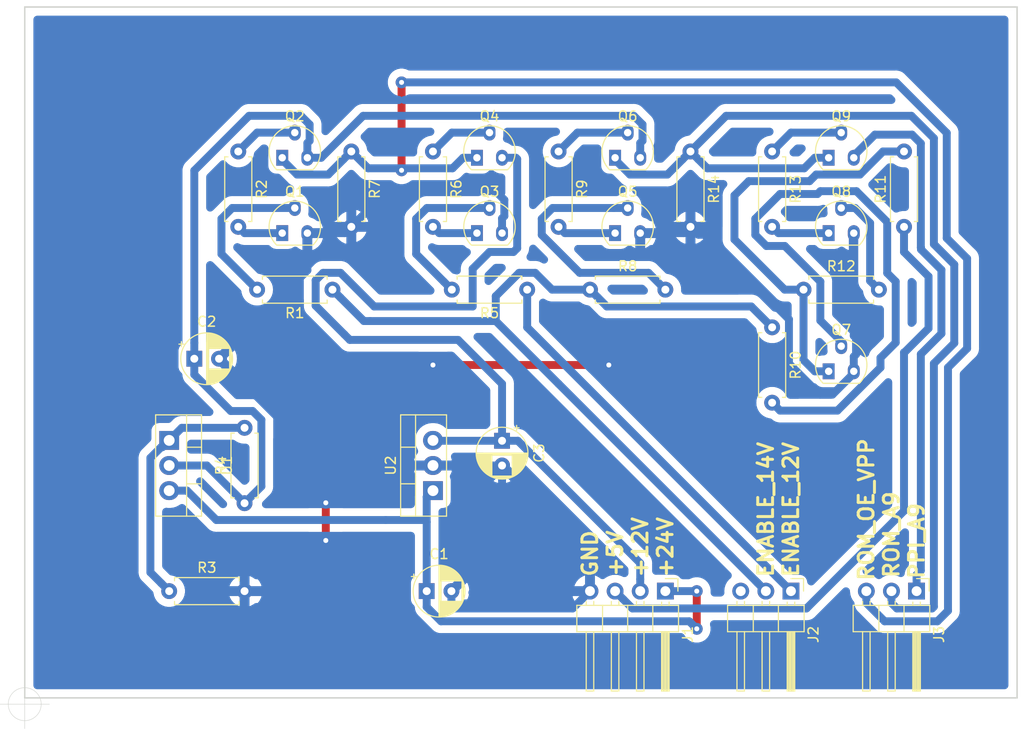
<source format=kicad_pcb>
(kicad_pcb (version 20171130) (host pcbnew "(5.1.4)-1")
  (layers (0 F.Cu jumper) (31 B.Cu mixed) (35 F.Paste user hide) (37 F.SilkS user) (39 F.Mask user) (44 Edge.Cuts user))
  (net 0 "")
  (net 1 +24V)
  (net 2 GND)
  (net 3 14V)
  (net 4 12V)
  (net 5 +5V)
  (net 6 ENABLE_12V)
  (net 7 ENABLE_14V)
  (net 8 "Net-(J2-Pad3)")
  (net 9 ROM_OE_VPP)
  (net 10 ROM_A9)
  (net 11 PPI_A9)
  (net 12 "Net-(Q1-Pad2)")
  (net 13 "Net-(Q1-Pad1)")
  (net 14 "Net-(Q2-Pad2)")
  (net 15 "Net-(Q3-Pad2)")
  (net 16 "Net-(Q3-Pad1)")
  (net 17 "Net-(Q4-Pad2)")
  (net 18 "Net-(Q5-Pad2)")
  (net 19 "Net-(Q5-Pad1)")
  (net 20 "Net-(Q6-Pad2)")
  (net 21 "Net-(Q7-Pad1)")
  (net 22 "Net-(Q7-Pad2)")
  (net 23 "Net-(Q8-Pad2)")
  (net 24 "Net-(Q8-Pad1)")
  (net 25 "Net-(Q9-Pad2)")
  (net 26 "Net-(R3-Pad1)")
  (module Package_TO_SOT_THT:TO-92_Inline (layer F.Cu) (at 123.825 78.74)
    (fp_text reference Q5 (at 1.27 -3.56) (layer F.SilkS))
    (fp_text value BC547)
    (pad 2 thru_hole oval (at 1.27 -1.905) (size 1.2 1.6) (drill 0.75) (layers *.Cu *.Mask) (net 18 "Net-(Q5-Pad2)"))
    (pad 3 thru_hole oval (at 2.54 0.635) (size 1.2 1.6) (drill 0.75) (layers *.Cu *.Mask) (net 2 GND))
    (pad 1 thru_hole rect (at 0 0.635) (size 1.2 1.6) (drill 0.75) (layers *.Cu *.Mask) (net 19 "Net-(Q5-Pad1)"))
  )
  (module Package_TO_SOT_THT:TO-92_Inline (layer F.Cu) (at 145.415 71.12)
    (fp_text reference Q9 (at 1.27 -3.56) (layer F.SilkS))
    (fp_text value BC328)
    (pad 1 thru_hole rect (at 0 0.635) (size 1.2 1.6) (drill 0.75) (layers *.Cu *.Mask) (net 10 ROM_A9))
    (pad 3 thru_hole oval (at 2.54 0.635) (size 1.2 1.6) (drill 0.75) (layers *.Cu *.Mask) (net 11 PPI_A9))
    (pad 2 thru_hole oval (at 1.27 -1.905) (size 1.2 1.6) (drill 0.75) (layers *.Cu *.Mask) (net 25 "Net-(Q9-Pad2)"))
  )
  (module Package_TO_SOT_THT:TO-92_Inline (layer F.Cu) (at 145.415 78.74)
    (fp_text reference Q8 (at 1.27 -3.56) (layer F.SilkS))
    (fp_text value BC547)
    (pad 2 thru_hole oval (at 1.27 -1.905) (size 1.2 1.6) (drill 0.75) (layers *.Cu *.Mask) (net 23 "Net-(Q8-Pad2)"))
    (pad 3 thru_hole oval (at 2.54 0.635) (size 1.2 1.6) (drill 0.75) (layers *.Cu *.Mask) (net 2 GND))
    (pad 1 thru_hole rect (at 0 0.635) (size 1.2 1.6) (drill 0.75) (layers *.Cu *.Mask) (net 24 "Net-(Q8-Pad1)"))
  )
  (module Package_TO_SOT_THT:TO-92_Inline (layer F.Cu) (at 145.415 92.71)
    (fp_text reference Q7 (at 1.27 -3.56) (layer F.SilkS))
    (fp_text value BC547)
    (pad 1 thru_hole rect (at 0 0.635) (size 1.2 1.6) (drill 0.75) (layers *.Cu *.Mask) (net 21 "Net-(Q7-Pad1)"))
    (pad 3 thru_hole oval (at 2.54 0.635) (size 1.2 1.6) (drill 0.75) (layers *.Cu *.Mask) (net 2 GND))
    (pad 2 thru_hole oval (at 1.27 -1.905) (size 1.2 1.6) (drill 0.75) (layers *.Cu *.Mask) (net 22 "Net-(Q7-Pad2)"))
  )
  (module Package_TO_SOT_THT:TO-92_Inline (layer F.Cu) (at 123.825 71.12)
    (fp_text reference Q6 (at 1.27 -3.56) (layer F.SilkS))
    (fp_text value BC328)
    (pad 1 thru_hole rect (at 0 0.635) (size 1.2 1.6) (drill 0.75) (layers *.Cu *.Mask) (net 10 ROM_A9))
    (pad 3 thru_hole oval (at 2.54 0.635) (size 1.2 1.6) (drill 0.75) (layers *.Cu *.Mask) (net 3 14V))
    (pad 2 thru_hole oval (at 1.27 -1.905) (size 1.2 1.6) (drill 0.75) (layers *.Cu *.Mask) (net 20 "Net-(Q6-Pad2)"))
  )
  (module Package_TO_SOT_THT:TO-92_Inline (layer F.Cu) (at 109.855 78.74)
    (fp_text reference Q3 (at 1.27 -3.56) (layer F.SilkS))
    (fp_text value BC547)
    (pad 2 thru_hole oval (at 1.27 -1.905) (size 1.2 1.6) (drill 0.75) (layers *.Cu *.Mask) (net 15 "Net-(Q3-Pad2)"))
    (pad 3 thru_hole oval (at 2.54 0.635) (size 1.2 1.6) (drill 0.75) (layers *.Cu *.Mask) (net 2 GND))
    (pad 1 thru_hole rect (at 0 0.635) (size 1.2 1.6) (drill 0.75) (layers *.Cu *.Mask) (net 16 "Net-(Q3-Pad1)"))
  )
  (module Package_TO_SOT_THT:TO-92_Inline (layer F.Cu) (at 109.855 71.12)
    (fp_text reference Q4 (at 1.27 -3.56) (layer F.SilkS))
    (fp_text value BC328)
    (pad 1 thru_hole rect (at 0 0.635) (size 1.2 1.6) (drill 0.75) (layers *.Cu *.Mask) (net 9 ROM_OE_VPP))
    (pad 3 thru_hole oval (at 2.54 0.635) (size 1.2 1.6) (drill 0.75) (layers *.Cu *.Mask) (net 4 12V))
    (pad 2 thru_hole oval (at 1.27 -1.905) (size 1.2 1.6) (drill 0.75) (layers *.Cu *.Mask) (net 17 "Net-(Q4-Pad2)"))
  )
  (module Package_TO_SOT_THT:TO-92_Inline (layer F.Cu) (at 90.17 78.74)
    (fp_text reference Q1 (at 1.27 -3.56) (layer F.SilkS))
    (fp_text value BC547)
    (pad 2 thru_hole oval (at 1.27 -1.905) (size 1.2 1.6) (drill 0.75) (layers *.Cu *.Mask) (net 12 "Net-(Q1-Pad2)"))
    (pad 3 thru_hole oval (at 2.54 0.635) (size 1.2 1.6) (drill 0.75) (layers *.Cu *.Mask) (net 2 GND))
    (pad 1 thru_hole rect (at 0 0.635) (size 1.2 1.6) (drill 0.75) (layers *.Cu *.Mask) (net 13 "Net-(Q1-Pad1)"))
  )
  (module Package_TO_SOT_THT:TO-92_Inline (layer F.Cu) (at 90.17 71.12)
    (fp_text reference Q2 (at 1.27 -3.56) (layer F.SilkS))
    (fp_text value BC328)
    (pad 2 thru_hole oval (at 1.27 -1.905) (size 1.2 1.6) (drill 0.75) (layers *.Cu *.Mask) (net 14 "Net-(Q2-Pad2)"))
    (pad 3 thru_hole oval (at 2.54 0.635) (size 1.2 1.6) (drill 0.75) (layers *.Cu *.Mask) (net 3 14V))
    (pad 1 thru_hole rect (at 0 0.635) (size 1.2 1.6) (drill 0.75) (layers *.Cu *.Mask) (net 9 ROM_OE_VPP))
  )
  (module Package_TO_SOT_THT:TO-220-3_Vertical (layer F.Cu) (at 78.74 100.33 270)
    (fp_text reference U1 (at 2.54 -5.82 90) (layer F.SilkS))
    (fp_text value LM317_TO39)
    (pad 3 thru_hole oval (at 5.08 0 270) (size 1.905 2) (drill 1.1) (layers *.Cu *.Mask) (net 1 +24V))
    (pad 2 thru_hole oval (at 2.54 0 270) (size 1.905 2) (drill 1.1) (layers *.Cu *.Mask) (net 3 14V))
    (pad 1 thru_hole rect (at 0 0 270) (size 1.905 2) (drill 1.1) (layers *.Cu *.Mask) (net 26 "Net-(R3-Pad1)"))
  )
  (module Capacitor_THT:CP_Radial_D5.0mm_P2.50mm (layer F.Cu) (at 104.775 115.57)
    (fp_text reference C1 (at 1.25 -3.75) (layer F.SilkS))
    (fp_text value 10uF)
    (pad 1 thru_hole rect (at 0 0) (size 1.6 1.6) (drill 0.8) (layers *.Cu *.Mask) (net 1 +24V))
    (pad 2 thru_hole circle (at 2.5 0) (size 1.6 1.6) (drill 0.8) (layers *.Cu *.Mask) (net 2 GND))
  )
  (module Capacitor_THT:CP_Radial_D5.0mm_P2.50mm (layer F.Cu) (at 81.28 92.075)
    (fp_text reference C2 (at 1.25 -3.75) (layer F.SilkS))
    (fp_text value 1uF)
    (pad 2 thru_hole circle (at 2.5 0) (size 1.6 1.6) (drill 0.8) (layers *.Cu *.Mask) (net 2 GND))
    (pad 1 thru_hole rect (at 0 0) (size 1.6 1.6) (drill 0.8) (layers *.Cu *.Mask) (net 3 14V))
  )
  (module Capacitor_THT:CP_Radial_D5.0mm_P2.50mm (layer F.Cu) (at 112.395 100.37 270)
    (fp_text reference C3 (at 1.25 -3.75 90) (layer F.SilkS))
    (fp_text value 1uF)
    (pad 1 thru_hole rect (at 0 0 270) (size 1.6 1.6) (drill 0.8) (layers *.Cu *.Mask) (net 4 12V))
    (pad 2 thru_hole circle (at 2.5 0 270) (size 1.6 1.6) (drill 0.8) (layers *.Cu *.Mask) (net 2 GND))
  )
  (module Resistor_THT:R_Axial_DIN0207_L6.3mm_D2.5mm_P7.62mm_Horizontal (layer F.Cu) (at 95.25 85.09 180)
    (fp_text reference R1 (at 3.81 -2.37) (layer F.SilkS))
    (fp_text value 82k)
    (pad 1 thru_hole circle (at 0 0 180) (size 1.6 1.6) (drill 0.8) (layers *.Cu *.Mask) (net 7 ENABLE_14V))
    (pad 2 thru_hole oval (at 7.62 0 180) (size 1.6 1.6) (drill 0.8) (layers *.Cu *.Mask) (net 12 "Net-(Q1-Pad2)"))
  )
  (module Resistor_THT:R_Axial_DIN0207_L6.3mm_D2.5mm_P7.62mm_Horizontal (layer F.Cu) (at 85.725 71.12 270)
    (fp_text reference R2 (at 3.81 -2.37 90) (layer F.SilkS))
    (fp_text value 12k)
    (pad 2 thru_hole oval (at 7.62 0 270) (size 1.6 1.6) (drill 0.8) (layers *.Cu *.Mask) (net 13 "Net-(Q1-Pad1)"))
    (pad 1 thru_hole circle (at 0 0 270) (size 1.6 1.6) (drill 0.8) (layers *.Cu *.Mask) (net 14 "Net-(Q2-Pad2)"))
  )
  (module Resistor_THT:R_Axial_DIN0207_L6.3mm_D2.5mm_P7.62mm_Horizontal (layer F.Cu) (at 78.74 115.57)
    (fp_text reference R3 (at 3.81 -2.37) (layer F.SilkS))
    (fp_text value 10k)
    (pad 1 thru_hole circle (at 0 0) (size 1.6 1.6) (drill 0.8) (layers *.Cu *.Mask) (net 26 "Net-(R3-Pad1)"))
    (pad 2 thru_hole oval (at 7.62 0) (size 1.6 1.6) (drill 0.8) (layers *.Cu *.Mask) (net 2 GND))
  )
  (module Resistor_THT:R_Axial_DIN0207_L6.3mm_D2.5mm_P7.62mm_Horizontal (layer F.Cu) (at 86.36 106.68 90)
    (fp_text reference R4 (at 3.81 -2.37 90) (layer F.SilkS))
    (fp_text value 1k)
    (pad 2 thru_hole oval (at 7.62 0 90) (size 1.6 1.6) (drill 0.8) (layers *.Cu *.Mask) (net 26 "Net-(R3-Pad1)"))
    (pad 1 thru_hole circle (at 0 0 90) (size 1.6 1.6) (drill 0.8) (layers *.Cu *.Mask) (net 3 14V))
  )
  (module Resistor_THT:R_Axial_DIN0207_L6.3mm_D2.5mm_P7.62mm_Horizontal (layer F.Cu) (at 114.935 85.09 180)
    (fp_text reference R5 (at 3.81 -2.37) (layer F.SilkS))
    (fp_text value 82k)
    (pad 1 thru_hole circle (at 0 0 180) (size 1.6 1.6) (drill 0.8) (layers *.Cu *.Mask) (net 6 ENABLE_12V))
    (pad 2 thru_hole oval (at 7.62 0 180) (size 1.6 1.6) (drill 0.8) (layers *.Cu *.Mask) (net 15 "Net-(Q3-Pad2)"))
  )
  (module Resistor_THT:R_Axial_DIN0207_L6.3mm_D2.5mm_P7.62mm_Horizontal (layer F.Cu) (at 105.41 71.12 270)
    (fp_text reference R6 (at 3.81 -2.37 90) (layer F.SilkS))
    (fp_text value 12k)
    (pad 2 thru_hole oval (at 7.62 0 270) (size 1.6 1.6) (drill 0.8) (layers *.Cu *.Mask) (net 16 "Net-(Q3-Pad1)"))
    (pad 1 thru_hole circle (at 0 0 270) (size 1.6 1.6) (drill 0.8) (layers *.Cu *.Mask) (net 17 "Net-(Q4-Pad2)"))
  )
  (module Resistor_THT:R_Axial_DIN0207_L6.3mm_D2.5mm_P7.62mm_Horizontal (layer F.Cu) (at 97.155 71.12 270)
    (fp_text reference R7 (at 3.81 -2.37 90) (layer F.SilkS))
    (fp_text value 10k)
    (pad 2 thru_hole oval (at 7.62 0 270) (size 1.6 1.6) (drill 0.8) (layers *.Cu *.Mask) (net 2 GND))
    (pad 1 thru_hole circle (at 0 0 270) (size 1.6 1.6) (drill 0.8) (layers *.Cu *.Mask) (net 9 ROM_OE_VPP))
  )
  (module Resistor_THT:R_Axial_DIN0207_L6.3mm_D2.5mm_P7.62mm_Horizontal (layer F.Cu) (at 121.285 85.09)
    (fp_text reference R8 (at 3.81 -2.37) (layer F.SilkS))
    (fp_text value 82k)
    (pad 1 thru_hole circle (at 0 0) (size 1.6 1.6) (drill 0.8) (layers *.Cu *.Mask) (net 7 ENABLE_14V))
    (pad 2 thru_hole oval (at 7.62 0) (size 1.6 1.6) (drill 0.8) (layers *.Cu *.Mask) (net 18 "Net-(Q5-Pad2)"))
  )
  (module Resistor_THT:R_Axial_DIN0207_L6.3mm_D2.5mm_P7.62mm_Horizontal (layer F.Cu) (at 118.11 71.12 270)
    (fp_text reference R9 (at 3.81 -2.37 90) (layer F.SilkS))
    (fp_text value 12k)
    (pad 2 thru_hole oval (at 7.62 0 270) (size 1.6 1.6) (drill 0.8) (layers *.Cu *.Mask) (net 19 "Net-(Q5-Pad1)"))
    (pad 1 thru_hole circle (at 0 0 270) (size 1.6 1.6) (drill 0.8) (layers *.Cu *.Mask) (net 20 "Net-(Q6-Pad2)"))
  )
  (module Resistor_THT:R_Axial_DIN0207_L6.3mm_D2.5mm_P7.62mm_Horizontal (layer F.Cu) (at 139.7 88.9 270)
    (fp_text reference R10 (at 3.81 -2.37 90) (layer F.SilkS))
    (fp_text value 82k)
    (pad 1 thru_hole circle (at 0 0 270) (size 1.6 1.6) (drill 0.8) (layers *.Cu *.Mask) (net 7 ENABLE_14V))
    (pad 2 thru_hole oval (at 7.62 0 270) (size 1.6 1.6) (drill 0.8) (layers *.Cu *.Mask) (net 22 "Net-(Q7-Pad2)"))
  )
  (module Resistor_THT:R_Axial_DIN0207_L6.3mm_D2.5mm_P7.62mm_Horizontal (layer F.Cu) (at 153.035 78.74 90)
    (fp_text reference R11 (at 3.81 -2.37 90) (layer F.SilkS))
    (fp_text value 10k)
    (pad 1 thru_hole circle (at 0 0 90) (size 1.6 1.6) (drill 0.8) (layers *.Cu *.Mask) (net 5 +5V))
    (pad 2 thru_hole oval (at 7.62 0 90) (size 1.6 1.6) (drill 0.8) (layers *.Cu *.Mask) (net 21 "Net-(Q7-Pad1)"))
  )
  (module Resistor_THT:R_Axial_DIN0207_L6.3mm_D2.5mm_P7.62mm_Horizontal (layer F.Cu) (at 142.875 85.09)
    (fp_text reference R12 (at 3.81 -2.37) (layer F.SilkS))
    (fp_text value 82k)
    (pad 1 thru_hole circle (at 0 0) (size 1.6 1.6) (drill 0.8) (layers *.Cu *.Mask) (net 21 "Net-(Q7-Pad1)"))
    (pad 2 thru_hole oval (at 7.62 0) (size 1.6 1.6) (drill 0.8) (layers *.Cu *.Mask) (net 23 "Net-(Q8-Pad2)"))
  )
  (module Resistor_THT:R_Axial_DIN0207_L6.3mm_D2.5mm_P7.62mm_Horizontal (layer F.Cu) (at 139.7 71.12 270)
    (fp_text reference R13 (at 3.81 -2.37 90) (layer F.SilkS))
    (fp_text value 12k)
    (pad 2 thru_hole oval (at 7.62 0 270) (size 1.6 1.6) (drill 0.8) (layers *.Cu *.Mask) (net 24 "Net-(Q8-Pad1)"))
    (pad 1 thru_hole circle (at 0 0 270) (size 1.6 1.6) (drill 0.8) (layers *.Cu *.Mask) (net 25 "Net-(Q9-Pad2)"))
  )
  (module Resistor_THT:R_Axial_DIN0207_L6.3mm_D2.5mm_P7.62mm_Horizontal (layer F.Cu) (at 131.445 71.12 270)
    (fp_text reference R14 (at 3.81 -2.37 90) (layer F.SilkS))
    (fp_text value 10k)
    (pad 2 thru_hole oval (at 7.62 0 270) (size 1.6 1.6) (drill 0.8) (layers *.Cu *.Mask) (net 2 GND))
    (pad 1 thru_hole circle (at 0 0 270) (size 1.6 1.6) (drill 0.8) (layers *.Cu *.Mask) (net 10 ROM_A9))
  )
  (module Package_TO_SOT_THT:TO-220-3_Vertical (layer F.Cu) (at 105.41 105.41 90)
    (fp_text reference U2 (at 2.54 -4.27 90) (layer F.SilkS))
    (fp_text value LM7812_TO220)
    (pad 1 thru_hole rect (at 0 0 90) (size 1.905 2) (drill 1.1) (layers *.Cu *.Mask) (net 1 +24V))
    (pad 2 thru_hole oval (at 2.54 0 90) (size 1.905 2) (drill 1.1) (layers *.Cu *.Mask) (net 2 GND))
    (pad 3 thru_hole oval (at 5.08 0 90) (size 1.905 2) (drill 1.1) (layers *.Cu *.Mask) (net 4 12V))
  )
  (module Connector_PinHeader_2.54mm:PinHeader_1x04_P2.54mm_Horizontal (layer F.Cu) (at 128.905 115.57 270)
    (fp_text reference J1 (at 4.385 -2.27 90) (layer F.SilkS))
    (fp_text value Conn_01x04_Male)
    (pad 1 thru_hole rect (at 0 0 270) (size 1.7 1.7) (drill 1) (layers *.Cu *.Mask) (net 1 +24V))
    (pad 2 thru_hole oval (at 0 2.54 270) (size 1.7 1.7) (drill 1) (layers *.Cu *.Mask) (net 4 12V))
    (pad 3 thru_hole oval (at 0 5.08 270) (size 1.7 1.7) (drill 1) (layers *.Cu *.Mask) (net 5 +5V))
    (pad 4 thru_hole oval (at 0 7.62 270) (size 1.7 1.7) (drill 1) (layers *.Cu *.Mask) (net 2 GND))
  )
  (module Connector_PinHeader_2.54mm:PinHeader_1x03_P2.54mm_Horizontal (layer F.Cu) (at 141.605 115.57 270)
    (fp_text reference J2 (at 4.385 -2.27 90) (layer F.SilkS))
    (fp_text value Conn_01x03_Male)
    (pad 1 thru_hole rect (at 0 0 270) (size 1.7 1.7) (drill 1) (layers *.Cu *.Mask) (net 6 ENABLE_12V))
    (pad 2 thru_hole oval (at 0 2.54 270) (size 1.7 1.7) (drill 1) (layers *.Cu *.Mask) (net 7 ENABLE_14V))
    (pad 3 thru_hole oval (at 0 5.08 270) (size 1.7 1.7) (drill 1) (layers *.Cu *.Mask) (net 8 "Net-(J2-Pad3)"))
  )
  (module Connector_PinHeader_2.54mm:PinHeader_1x03_P2.54mm_Horizontal (layer F.Cu) (at 154.305 115.57 270)
    (fp_text reference J3 (at 4.385 -2.27 90) (layer F.SilkS))
    (fp_text value Conn_01x03_Male)
    (pad 3 thru_hole oval (at 0 5.08 270) (size 1.7 1.7) (drill 1) (layers *.Cu *.Mask) (net 9 ROM_OE_VPP))
    (pad 2 thru_hole oval (at 0 2.54 270) (size 1.7 1.7) (drill 1) (layers *.Cu *.Mask) (net 10 ROM_A9))
    (pad 1 thru_hole rect (at 0 0 270) (size 1.7 1.7) (drill 1) (layers *.Cu *.Mask) (net 11 PPI_A9))
  )
  (gr_text PPI_A9 (at 154.305 110.49 90) (layer F.SilkS) (effects (font (size 1.5 1.5) (thickness 0.3))))
  (gr_text ROM_A9 (at 151.765 109.855 90) (layer F.SilkS) (effects (font (size 1.5 1.5) (thickness 0.3))))
  (gr_text ROM_OE_VPP (at 149.225 107.315 90) (layer F.SilkS) (effects (font (size 1.5 1.5) (thickness 0.3))))
  (gr_text ENABLE_12V (at 141.605 107.315 90) (layer F.SilkS) (effects (font (size 1.5 1.5) (thickness 0.3))))
  (gr_text ENABLE_14V (at 139.065 107.315 90) (layer F.SilkS) (effects (font (size 1.5 1.5) (thickness 0.3))))
  (gr_text +24V (at 128.905 111.125 90) (layer F.SilkS) (effects (font (size 1.5 1.5) (thickness 0.3))))
  (gr_text +12V (at 126.365 111.125 90) (layer F.SilkS) (effects (font (size 1.5 1.5) (thickness 0.3))))
  (gr_text +5V (at 123.825 111.76 90) (layer F.SilkS) (effects (font (size 1.5 1.5) (thickness 0.3))))
  (gr_text GND (at 121.285 111.76 90) (layer F.SilkS) (effects (font (size 1.5 1.5) (thickness 0.3))))
  (gr_line (start 164.465 126.365) (end 64.135 126.365) (layer Edge.Cuts) (width 0.15))
  (gr_line (start 164.465 56.515) (end 164.465 126.365) (layer Edge.Cuts) (width 0.15))
  (gr_line (start 64.135 56.515) (end 164.465 56.515) (layer Edge.Cuts) (width 0.15))
  (gr_line (start 64.135 126.365) (end 64.135 56.515) (layer Edge.Cuts) (width 0.15))
  (target plus (at 64.135 127) (size 5) (width 0.05) (layer Edge.Cuts))
  (segment (start 78.74 105.41) (end 78.7875 105.41) (width 0.8) (layer B.Cu) (net 1))
  (segment (start 104.775 106.045) (end 105.41 105.41) (width 0.8) (layer B.Cu) (net 1))
  (segment (start 80.54 105.41) (end 78.74 105.41) (width 0.8) (layer B.Cu) (net 1))
  (segment (start 100.639999 108.380001) (end 83.510001 108.380001) (width 0.8) (layer B.Cu) (net 1))
  (segment (start 128.905 115.57) (end 132.08 115.57) (width 0.8) (layer B.Cu) (net 1))
  (segment (start 132.08 115.57) (end 132.08 115.57) (width 0.8) (layer B.Cu) (net 1))
  (via (at 132.08 115.57) (size 1.2) (drill 0.5) (layers F.Cu B.Cu) (net 1))
  (segment (start 132.08 115.57) (end 132.08 119.38) (width 0.8) (layer F.Cu) (net 1))
  (segment (start 132.08 119.38) (end 132.08 119.38) (width 0.8) (layer F.Cu) (net 1))
  (via (at 132.08 119.38) (size 1.2) (drill 0.5) (layers F.Cu B.Cu) (net 1))
  (segment (start 83.510001 108.380001) (end 83.45 108.32) (width 0.8) (layer B.Cu) (net 1))
  (segment (start 83.45 108.32) (end 80.54 105.41) (width 0.8) (layer B.Cu) (net 1))
  (segment (start 131.320011 118.620011) (end 132.08 119.38) (width 0.8) (layer B.Cu) (net 1))
  (segment (start 106.225011 118.620011) (end 131.320011 118.620011) (width 0.8) (layer B.Cu) (net 1))
  (segment (start 104.775 117.17) (end 106.225011 118.620011) (width 0.8) (layer B.Cu) (net 1))
  (segment (start 104.775 115.57) (end 104.775 117.17) (width 0.8) (layer B.Cu) (net 1))
  (segment (start 104.570001 108.380001) (end 104.775 108.585) (width 0.8) (layer B.Cu) (net 1))
  (segment (start 100.639999 108.380001) (end 104.570001 108.380001) (width 0.8) (layer B.Cu) (net 1))
  (segment (start 104.775 115.57) (end 104.775 108.585) (width 0.8) (layer B.Cu) (net 1))
  (segment (start 104.775 108.585) (end 104.775 106.045) (width 0.8) (layer B.Cu) (net 1))
  (segment (start 92.71 83.145) (end 92.71 79.375) (width 0.8) (layer B.Cu) (net 2))
  (segment (start 83.78 92.075) (end 92.71 83.145) (width 0.8) (layer B.Cu) (net 2))
  (segment (start 96.52 79.375) (end 97.155 78.74) (width 0.8) (layer B.Cu) (net 2))
  (segment (start 92.71 79.375) (end 96.52 79.375) (width 0.8) (layer B.Cu) (net 2))
  (segment (start 97.954999 77.940001) (end 97.155 78.74) (width 0.8) (layer B.Cu) (net 2))
  (segment (start 100.76001 75.13499) (end 97.954999 77.940001) (width 0.8) (layer B.Cu) (net 2))
  (segment (start 111.746324 75.13499) (end 100.76001 75.13499) (width 0.8) (layer B.Cu) (net 2))
  (segment (start 112.62501 76.013676) (end 111.746324 75.13499) (width 0.8) (layer B.Cu) (net 2))
  (segment (start 112.62501 77.656324) (end 112.62501 76.013676) (width 0.8) (layer B.Cu) (net 2))
  (segment (start 112.395 77.886334) (end 112.62501 77.656324) (width 0.8) (layer B.Cu) (net 2))
  (segment (start 112.395 79.375) (end 112.395 77.886334) (width 0.8) (layer B.Cu) (net 2))
  (segment (start 130.81 79.375) (end 131.445 78.74) (width 0.8) (layer B.Cu) (net 2))
  (segment (start 126.365 79.375) (end 130.81 79.375) (width 0.8) (layer B.Cu) (net 2))
  (segment (start 147.955 79.375) (end 147.955 89.753666) (width 0.8) (layer B.Cu) (net 2))
  (segment (start 112.395 102.87) (end 105.41 102.87) (width 0.8) (layer B.Cu) (net 2))
  (segment (start 120.435001 116.419999) (end 121.285 115.57) (width 0.8) (layer B.Cu) (net 2))
  (segment (start 119.534999 117.320001) (end 120.435001 116.419999) (width 0.8) (layer B.Cu) (net 2))
  (segment (start 112.395 110.45) (end 112.395 102.87) (width 0.8) (layer B.Cu) (net 2))
  (segment (start 107.275 115.57) (end 112.395 110.45) (width 0.8) (layer B.Cu) (net 2))
  (segment (start 107.275 117.125002) (end 107.469999 117.320001) (width 0.8) (layer B.Cu) (net 2))
  (segment (start 107.275 115.57) (end 107.275 117.125002) (width 0.8) (layer B.Cu) (net 2))
  (segment (start 107.469999 117.320001) (end 119.534999 117.320001) (width 0.8) (layer B.Cu) (net 2))
  (segment (start 94.575 102.87) (end 83.78 92.075) (width 0.8) (layer B.Cu) (net 2))
  (segment (start 132.244999 79.539999) (end 131.445 78.74) (width 0.8) (layer B.Cu) (net 2))
  (segment (start 132.856001 79.539999) (end 132.244999 79.539999) (width 0.8) (layer B.Cu) (net 2))
  (segment (start 141.400001 88.083999) (end 132.856001 79.539999) (width 0.8) (layer B.Cu) (net 2))
  (segment (start 141.400001 92.568491) (end 141.400001 88.083999) (width 0.8) (layer B.Cu) (net 2))
  (segment (start 144.535509 95.703999) (end 141.400001 92.568491) (width 0.8) (layer B.Cu) (net 2))
  (segment (start 145.796001 95.703999) (end 144.535509 95.703999) (width 0.8) (layer B.Cu) (net 2))
  (segment (start 147.955 93.545) (end 145.796001 95.703999) (width 0.8) (layer B.Cu) (net 2))
  (segment (start 147.955 93.345) (end 147.955 93.545) (width 0.8) (layer B.Cu) (net 2))
  (segment (start 141.400001 92.568491) (end 123.331509 92.568491) (width 0.8) (layer B.Cu) (net 2))
  (segment (start 123.331509 92.568491) (end 123.19 92.71) (width 0.8) (layer B.Cu) (net 2))
  (segment (start 123.19 92.71) (end 123.19 92.71) (width 0.8) (layer B.Cu) (net 2))
  (via (at 123.19 92.71) (size 1.2) (drill 0.5) (layers F.Cu B.Cu) (net 2))
  (segment (start 123.19 92.71) (end 105.41 92.71) (width 0.8) (layer F.Cu) (net 2))
  (segment (start 105.41 92.71) (end 105.41 92.71) (width 0.8) (layer F.Cu) (net 2))
  (via (at 105.41 92.71) (size 1.2) (drill 0.5) (layers F.Cu B.Cu) (net 2))
  (segment (start 100.33 97.79) (end 100.33 102.87) (width 0.8) (layer B.Cu) (net 2))
  (segment (start 105.41 92.71) (end 100.33 97.79) (width 0.8) (layer B.Cu) (net 2))
  (segment (start 105.41 102.87) (end 100.33 102.87) (width 0.8) (layer B.Cu) (net 2))
  (segment (start 100.33 102.87) (end 94.575 102.87) (width 0.8) (layer B.Cu) (net 2))
  (segment (start 94.575 102.87) (end 94.575 106.64) (width 0.8) (layer B.Cu) (net 2))
  (segment (start 94.575 106.64) (end 94.575 106.64) (width 0.8) (layer B.Cu) (net 2))
  (via (at 94.575 106.64) (size 1.2) (drill 0.5) (layers F.Cu B.Cu) (net 2))
  (segment (start 94.575 106.64) (end 94.575 110.45) (width 0.8) (layer F.Cu) (net 2))
  (segment (start 94.575 110.45) (end 94.575 110.45) (width 0.8) (layer F.Cu) (net 2))
  (via (at 94.575 110.45) (size 1.2) (drill 0.5) (layers F.Cu B.Cu) (net 2))
  (segment (start 89.455 115.57) (end 94.575 110.45) (width 0.8) (layer B.Cu) (net 2))
  (segment (start 86.36 115.57) (end 89.455 115.57) (width 0.8) (layer B.Cu) (net 2))
  (segment (start 148.18501 89.983676) (end 147.955 89.753666) (width 0.8) (layer B.Cu) (net 2))
  (segment (start 148.18501 91.626324) (end 148.18501 89.983676) (width 0.8) (layer B.Cu) (net 2))
  (segment (start 147.955 91.856334) (end 148.18501 91.626324) (width 0.8) (layer B.Cu) (net 2))
  (segment (start 147.955 93.345) (end 147.955 91.856334) (width 0.8) (layer B.Cu) (net 2))
  (segment (start 81.28 90.475) (end 81.28 92.075) (width 0.8) (layer B.Cu) (net 3))
  (segment (start 81.28 73.048998) (end 81.28 90.475) (width 0.8) (layer B.Cu) (net 3))
  (segment (start 86.814008 67.51499) (end 81.28 73.048998) (width 0.8) (layer B.Cu) (net 3))
  (segment (start 92.061324 67.51499) (end 86.814008 67.51499) (width 0.8) (layer B.Cu) (net 3))
  (segment (start 92.94001 68.393676) (end 92.061324 67.51499) (width 0.8) (layer B.Cu) (net 3))
  (segment (start 92.94001 70.036324) (end 92.94001 68.393676) (width 0.8) (layer B.Cu) (net 3))
  (segment (start 92.71 70.266334) (end 92.94001 70.036324) (width 0.8) (layer B.Cu) (net 3))
  (segment (start 92.71 71.755) (end 92.71 70.266334) (width 0.8) (layer B.Cu) (net 3))
  (segment (start 94.11 71.755) (end 92.71 71.755) (width 0.8) (layer B.Cu) (net 3))
  (segment (start 98.35001 67.51499) (end 94.11 71.755) (width 0.8) (layer B.Cu) (net 3))
  (segment (start 125.716324 67.51499) (end 98.35001 67.51499) (width 0.8) (layer B.Cu) (net 3))
  (segment (start 126.59501 68.393676) (end 125.716324 67.51499) (width 0.8) (layer B.Cu) (net 3))
  (segment (start 126.59501 70.036324) (end 126.59501 68.393676) (width 0.8) (layer B.Cu) (net 3))
  (segment (start 126.365 70.266334) (end 126.59501 70.036324) (width 0.8) (layer B.Cu) (net 3))
  (segment (start 126.365 71.755) (end 126.365 70.266334) (width 0.8) (layer B.Cu) (net 3))
  (segment (start 82.55 102.87) (end 78.74 102.87) (width 0.8) (layer B.Cu) (net 3))
  (segment (start 86.36 106.68) (end 82.55 102.87) (width 0.8) (layer B.Cu) (net 3))
  (segment (start 87.159999 105.880001) (end 86.36 106.68) (width 0.8) (layer B.Cu) (net 3))
  (segment (start 88.060001 104.979999) (end 87.159999 105.880001) (width 0.8) (layer B.Cu) (net 3))
  (segment (start 88.060001 98.243999) (end 88.060001 104.979999) (width 0.8) (layer B.Cu) (net 3))
  (segment (start 87.176001 97.359999) (end 88.060001 98.243999) (width 0.8) (layer B.Cu) (net 3))
  (segment (start 84.964999 97.359999) (end 87.176001 97.359999) (width 0.8) (layer B.Cu) (net 3))
  (segment (start 81.28 93.675) (end 84.964999 97.359999) (width 0.8) (layer B.Cu) (net 3))
  (segment (start 81.28 92.075) (end 81.28 93.675) (width 0.8) (layer B.Cu) (net 3))
  (segment (start 105.45 100.37) (end 105.41 100.33) (width 0.8) (layer B.Cu) (net 4))
  (segment (start 112.395 100.37) (end 105.45 100.37) (width 0.8) (layer B.Cu) (net 4))
  (segment (start 126.365 114.367919) (end 126.365 115.57) (width 0.8) (layer B.Cu) (net 4))
  (segment (start 126.365 112.74) (end 126.365 114.367919) (width 0.8) (layer B.Cu) (net 4))
  (segment (start 113.995 100.37) (end 126.365 112.74) (width 0.8) (layer B.Cu) (net 4))
  (segment (start 112.395 100.37) (end 113.995 100.37) (width 0.8) (layer B.Cu) (net 4))
  (segment (start 93.549999 84.143491) (end 93.549999 86.717499) (width 0.8) (layer B.Cu) (net 4))
  (segment (start 94.303491 83.389999) (end 93.549999 84.143491) (width 0.8) (layer B.Cu) (net 4))
  (segment (start 96.066001 83.389999) (end 94.303491 83.389999) (width 0.8) (layer B.Cu) (net 4))
  (segment (start 99.466003 86.790001) (end 96.066001 83.389999) (width 0.8) (layer B.Cu) (net 4))
  (segment (start 113.795 71.755) (end 113.92502 71.88502) (width 0.8) (layer B.Cu) (net 4))
  (segment (start 112.395 71.755) (end 113.795 71.755) (width 0.8) (layer B.Cu) (net 4))
  (segment (start 113.55004 81.28) (end 111.125 81.28) (width 0.8) (layer B.Cu) (net 4))
  (segment (start 113.92502 80.90502) (end 113.55004 81.28) (width 0.8) (layer B.Cu) (net 4))
  (segment (start 113.92502 71.88502) (end 113.92502 80.90502) (width 0.8) (layer B.Cu) (net 4))
  (segment (start 109.424999 82.980001) (end 109.424999 86.790001) (width 0.8) (layer B.Cu) (net 4))
  (segment (start 111.125 81.28) (end 109.424999 82.980001) (width 0.8) (layer B.Cu) (net 4))
  (segment (start 109.424999 86.790001) (end 99.466003 86.790001) (width 0.8) (layer B.Cu) (net 4))
  (segment (start 97.0025 90.17) (end 96.44375 89.61125) (width 0.8) (layer B.Cu) (net 4))
  (segment (start 107.95 90.17) (end 97.0025 90.17) (width 0.8) (layer B.Cu) (net 4))
  (segment (start 112.395 94.615) (end 107.95 90.17) (width 0.8) (layer B.Cu) (net 4))
  (segment (start 112.395 100.37) (end 112.395 94.615) (width 0.8) (layer B.Cu) (net 4))
  (segment (start 93.549999 86.717499) (end 96.44375 89.61125) (width 0.8) (layer B.Cu) (net 4))
  (segment (start 143.175001 117.320001) (end 125.575001 117.320001) (width 0.8) (layer B.Cu) (net 5))
  (segment (start 153.035 107.460002) (end 143.175001 117.320001) (width 0.8) (layer B.Cu) (net 5))
  (segment (start 124.674999 116.419999) (end 123.825 115.57) (width 0.8) (layer B.Cu) (net 5))
  (segment (start 153.035 78.74) (end 153.035 81.28) (width 0.8) (layer B.Cu) (net 5))
  (segment (start 153.035 81.28) (end 155.51498 83.75998) (width 0.8) (layer B.Cu) (net 5))
  (segment (start 155.51498 83.75998) (end 155.51498 88.99652) (width 0.8) (layer B.Cu) (net 5))
  (segment (start 155.51498 88.99652) (end 153.0715 91.44) (width 0.8) (layer B.Cu) (net 5))
  (segment (start 125.575001 117.320001) (end 124.674999 116.419999) (width 0.8) (layer B.Cu) (net 5))
  (segment (start 153.0715 91.44) (end 153.035 91.44) (width 0.8) (layer B.Cu) (net 5))
  (segment (start 153.035 91.44) (end 153.035 107.460002) (width 0.8) (layer B.Cu) (net 5))
  (segment (start 114.935 88.9) (end 141.605 115.57) (width 0.8) (layer B.Cu) (net 6))
  (segment (start 114.935 85.09) (end 114.935 88.9) (width 0.8) (layer B.Cu) (net 6))
  (segment (start 122.084999 85.889999) (end 121.285 85.09) (width 0.8) (layer B.Cu) (net 7))
  (segment (start 122.985001 86.790001) (end 122.084999 85.889999) (width 0.8) (layer B.Cu) (net 7))
  (segment (start 137.590001 86.790001) (end 122.985001 86.790001) (width 0.8) (layer B.Cu) (net 7))
  (segment (start 139.7 88.9) (end 137.590001 86.790001) (width 0.8) (layer B.Cu) (net 7))
  (segment (start 138.215001 114.720001) (end 139.065 115.57) (width 0.8) (layer B.Cu) (net 7))
  (segment (start 137.999999 114.504999) (end 138.215001 114.720001) (width 0.8) (layer B.Cu) (net 7))
  (segment (start 96.049999 85.889999) (end 95.25 85.09) (width 0.8) (layer B.Cu) (net 7))
  (segment (start 98.425 88.265) (end 96.049999 85.889999) (width 0.8) (layer B.Cu) (net 7))
  (segment (start 99.06 88.265) (end 98.425 88.265) (width 0.8) (layer B.Cu) (net 7))
  (segment (start 139.065 115.57) (end 118.11 94.615) (width 0.8) (layer B.Cu) (net 7))
  (segment (start 118.11 94.615) (end 111.76 88.265) (width 0.8) (layer B.Cu) (net 7))
  (segment (start 115.751001 83.389999) (end 114.118999 83.389999) (width 0.8) (layer B.Cu) (net 7))
  (segment (start 117.451002 85.09) (end 115.751001 83.389999) (width 0.8) (layer B.Cu) (net 7))
  (segment (start 111.76 88.265) (end 110.49 88.265) (width 0.8) (layer B.Cu) (net 7))
  (segment (start 121.285 85.09) (end 117.451002 85.09) (width 0.8) (layer B.Cu) (net 7))
  (segment (start 110.49 88.265) (end 99.06 88.265) (width 0.8) (layer B.Cu) (net 7))
  (segment (start 111.76 85.748998) (end 111.771999 85.736999) (width 0.8) (layer B.Cu) (net 7))
  (segment (start 111.76 88.265) (end 111.76 85.748998) (width 0.8) (layer B.Cu) (net 7))
  (segment (start 114.118999 83.389999) (end 111.771999 85.736999) (width 0.8) (layer B.Cu) (net 7))
  (segment (start 96.355001 71.919999) (end 97.155 71.12) (width 0.8) (layer B.Cu) (net 9))
  (segment (start 94.81999 73.45501) (end 96.355001 71.919999) (width 0.8) (layer B.Cu) (net 9))
  (segment (start 91.67001 73.45501) (end 94.81999 73.45501) (width 0.8) (layer B.Cu) (net 9))
  (segment (start 90.17 71.955) (end 91.67001 73.45501) (width 0.8) (layer B.Cu) (net 9))
  (segment (start 90.17 71.755) (end 90.17 71.955) (width 0.8) (layer B.Cu) (net 9))
  (segment (start 108.455 71.755) (end 109.855 71.755) (width 0.8) (layer B.Cu) (net 9))
  (segment (start 107.389999 72.820001) (end 108.455 71.755) (width 0.8) (layer B.Cu) (net 9))
  (segment (start 98.855001 72.820001) (end 107.389999 72.820001) (width 0.8) (layer B.Cu) (net 9))
  (segment (start 97.155 71.12) (end 98.855001 72.820001) (width 0.8) (layer B.Cu) (net 9))
  (segment (start 156.413482 118.620011) (end 157.48 117.553493) (width 0.8) (layer B.Cu) (net 9))
  (segment (start 151.07293 118.620011) (end 156.413482 118.620011) (width 0.8) (layer B.Cu) (net 9))
  (segment (start 149.225 115.57) (end 149.225 116.772081) (width 0.8) (layer B.Cu) (net 9))
  (segment (start 149.225 116.772081) (end 151.07293 118.620011) (width 0.8) (layer B.Cu) (net 9))
  (segment (start 159.41501 81.94501) (end 157.355011 79.885011) (width 0.8) (layer B.Cu) (net 9))
  (segment (start 159.41501 91.033483) (end 159.41501 81.94501) (width 0.8) (layer B.Cu) (net 9))
  (segment (start 157.48 117.553493) (end 157.48 92.968492) (width 0.8) (layer B.Cu) (net 9))
  (segment (start 157.48 92.968492) (end 159.41501 91.033483) (width 0.8) (layer B.Cu) (net 9))
  (segment (start 157.355011 69.247028) (end 152.242983 64.135) (width 0.8) (layer B.Cu) (net 9))
  (segment (start 157.355011 79.885011) (end 157.355011 69.247028) (width 0.8) (layer B.Cu) (net 9))
  (segment (start 152.242983 64.135) (end 102.235 64.135) (width 0.8) (layer B.Cu) (net 9))
  (segment (start 102.235 64.135) (end 102.235 64.135) (width 0.8) (layer B.Cu) (net 9))
  (via (at 102.235 64.135) (size 1.2) (drill 0.5) (layers F.Cu B.Cu) (net 9))
  (segment (start 102.235 64.135) (end 102.235 73.025) (width 0.8) (layer F.Cu) (net 9))
  (segment (start 102.235 73.025) (end 102.235 73.025) (width 0.8) (layer F.Cu) (net 9))
  (via (at 102.235 73.025) (size 1.2) (drill 0.5) (layers F.Cu B.Cu) (net 9))
  (segment (start 130.645001 71.919999) (end 131.445 71.12) (width 0.8) (layer B.Cu) (net 10))
  (segment (start 129.10999 73.45501) (end 130.645001 71.919999) (width 0.8) (layer B.Cu) (net 10))
  (segment (start 125.32501 73.45501) (end 129.10999 73.45501) (width 0.8) (layer B.Cu) (net 10))
  (segment (start 123.825 71.955) (end 125.32501 73.45501) (width 0.8) (layer B.Cu) (net 10))
  (segment (start 123.825 71.755) (end 123.825 71.955) (width 0.8) (layer B.Cu) (net 10))
  (segment (start 132.244999 71.919999) (end 131.445 71.12) (width 0.8) (layer B.Cu) (net 10))
  (segment (start 133.145001 72.820001) (end 132.244999 71.919999) (width 0.8) (layer B.Cu) (net 10))
  (segment (start 142.949999 72.820001) (end 133.145001 72.820001) (width 0.8) (layer B.Cu) (net 10))
  (segment (start 144.015 71.755) (end 142.949999 72.820001) (width 0.8) (layer B.Cu) (net 10))
  (segment (start 145.415 71.755) (end 144.015 71.755) (width 0.8) (layer B.Cu) (net 10))
  (segment (start 151.765 116.772081) (end 151.765 115.57) (width 0.8) (layer B.Cu) (net 10))
  (segment (start 152.31292 117.320001) (end 151.765 116.772081) (width 0.8) (layer B.Cu) (net 10))
  (segment (start 156.055001 117.140001) (end 155.875001 117.320001) (width 0.8) (layer B.Cu) (net 10))
  (segment (start 158.115 90.495002) (end 156.055001 92.555001) (width 0.8) (layer B.Cu) (net 10))
  (segment (start 131.445 71.12) (end 135.05001 67.51499) (width 0.8) (layer B.Cu) (net 10))
  (segment (start 135.05001 67.51499) (end 153.784482 67.51499) (width 0.8) (layer B.Cu) (net 10))
  (segment (start 153.784482 67.51499) (end 156.055001 69.785509) (width 0.8) (layer B.Cu) (net 10))
  (segment (start 155.875001 117.320001) (end 152.31292 117.320001) (width 0.8) (layer B.Cu) (net 10))
  (segment (start 156.055001 92.555001) (end 156.055001 117.140001) (width 0.8) (layer B.Cu) (net 10))
  (segment (start 156.055001 69.785509) (end 156.055001 80.490001) (width 0.8) (layer B.Cu) (net 10))
  (segment (start 156.055001 80.490001) (end 158.115 82.55) (width 0.8) (layer B.Cu) (net 10))
  (segment (start 158.115 82.55) (end 158.115 90.495002) (width 0.8) (layer B.Cu) (net 10))
  (segment (start 153.851001 69.419999) (end 150.090001 69.419999) (width 0.8) (layer B.Cu) (net 11))
  (segment (start 147.955 71.555) (end 147.955 71.755) (width 0.8) (layer B.Cu) (net 11))
  (segment (start 154.735001 80.849999) (end 154.735001 70.303999) (width 0.8) (layer B.Cu) (net 11))
  (segment (start 150.090001 69.419999) (end 147.955 71.555) (width 0.8) (layer B.Cu) (net 11))
  (segment (start 154.754991 81.028482) (end 154.754991 80.869989) (width 0.8) (layer B.Cu) (net 11))
  (segment (start 154.735001 70.303999) (end 153.851001 69.419999) (width 0.8) (layer B.Cu) (net 11))
  (segment (start 154.305 115.57) (end 154.305 113.92) (width 0.8) (layer B.Cu) (net 11))
  (segment (start 154.305 113.92) (end 154.735001 113.489999) (width 0.8) (layer B.Cu) (net 11))
  (segment (start 154.735001 113.489999) (end 154.735001 91.614989) (width 0.8) (layer B.Cu) (net 11))
  (segment (start 154.735001 91.614989) (end 156.81499 89.535) (width 0.8) (layer B.Cu) (net 11))
  (segment (start 156.81499 89.535) (end 156.81499 83.088481) (width 0.8) (layer B.Cu) (net 11))
  (segment (start 154.754991 80.869989) (end 154.735001 80.849999) (width 0.8) (layer B.Cu) (net 11))
  (segment (start 156.81499 83.088481) (end 154.754991 81.028482) (width 0.8) (layer B.Cu) (net 11))
  (segment (start 86.830001 84.290001) (end 87.63 85.09) (width 0.8) (layer B.Cu) (net 12))
  (segment (start 84.024999 81.484999) (end 86.830001 84.290001) (width 0.8) (layer B.Cu) (net 12))
  (segment (start 84.024999 77.923999) (end 84.024999 81.484999) (width 0.8) (layer B.Cu) (net 12))
  (segment (start 85.113998 76.835) (end 84.024999 77.923999) (width 0.8) (layer B.Cu) (net 12))
  (segment (start 91.44 76.835) (end 85.113998 76.835) (width 0.8) (layer B.Cu) (net 12))
  (segment (start 86.36 79.375) (end 85.725 78.74) (width 0.8) (layer B.Cu) (net 13))
  (segment (start 90.17 79.375) (end 86.36 79.375) (width 0.8) (layer B.Cu) (net 13))
  (segment (start 87.63 69.215) (end 85.725 71.12) (width 0.8) (layer B.Cu) (net 14))
  (segment (start 91.44 69.215) (end 87.63 69.215) (width 0.8) (layer B.Cu) (net 14))
  (segment (start 106.515001 84.290001) (end 107.315 85.09) (width 0.8) (layer B.Cu) (net 15))
  (segment (start 103.709999 81.484999) (end 106.515001 84.290001) (width 0.8) (layer B.Cu) (net 15))
  (segment (start 103.709999 77.923999) (end 103.709999 81.484999) (width 0.8) (layer B.Cu) (net 15))
  (segment (start 104.798998 76.835) (end 103.709999 77.923999) (width 0.8) (layer B.Cu) (net 15))
  (segment (start 111.125 76.835) (end 104.798998 76.835) (width 0.8) (layer B.Cu) (net 15))
  (segment (start 106.045 79.375) (end 105.41 78.74) (width 0.8) (layer B.Cu) (net 16))
  (segment (start 109.855 79.375) (end 106.045 79.375) (width 0.8) (layer B.Cu) (net 16))
  (segment (start 107.315 69.215) (end 105.41 71.12) (width 0.8) (layer B.Cu) (net 17))
  (segment (start 111.125 69.215) (end 107.315 69.215) (width 0.8) (layer B.Cu) (net 17))
  (segment (start 123.695 76.835) (end 125.095 76.835) (width 0.8) (layer B.Cu) (net 18))
  (segment (start 117.498998 76.835) (end 123.695 76.835) (width 0.8) (layer B.Cu) (net 18))
  (segment (start 116.409999 77.923999) (end 117.498998 76.835) (width 0.8) (layer B.Cu) (net 18))
  (segment (start 116.409999 79.556001) (end 116.409999 77.923999) (width 0.8) (layer B.Cu) (net 18))
  (segment (start 120.243997 83.389999) (end 116.409999 79.556001) (width 0.8) (layer B.Cu) (net 18))
  (segment (start 127.204999 83.389999) (end 120.243997 83.389999) (width 0.8) (layer B.Cu) (net 18))
  (segment (start 128.905 85.09) (end 127.204999 83.389999) (width 0.8) (layer B.Cu) (net 18))
  (segment (start 118.745 79.375) (end 118.11 78.74) (width 0.8) (layer B.Cu) (net 19))
  (segment (start 123.825 79.375) (end 118.745 79.375) (width 0.8) (layer B.Cu) (net 19))
  (segment (start 120.015 69.215) (end 118.11 71.12) (width 0.8) (layer B.Cu) (net 20))
  (segment (start 125.095 69.215) (end 120.015 69.215) (width 0.8) (layer B.Cu) (net 20))
  (segment (start 144.015 93.345) (end 145.415 93.345) (width 0.8) (layer B.Cu) (net 21))
  (segment (start 142.875 92.205) (end 144.015 93.345) (width 0.8) (layer B.Cu) (net 21))
  (segment (start 142.875 85.09) (end 142.875 92.205) (width 0.8) (layer B.Cu) (net 21))
  (segment (start 140.97 85.09) (end 142.875 85.09) (width 0.8) (layer B.Cu) (net 21))
  (segment (start 135.89 75.565) (end 135.89 80.01) (width 0.8) (layer B.Cu) (net 21))
  (segment (start 150.911334 71.12) (end 148.576324 73.45501) (width 0.8) (layer B.Cu) (net 21))
  (segment (start 153.035 71.12) (end 150.911334 71.12) (width 0.8) (layer B.Cu) (net 21))
  (segment (start 148.576324 73.45501) (end 144.153481 73.45501) (width 0.8) (layer B.Cu) (net 21))
  (segment (start 135.89 80.01) (end 140.97 85.09) (width 0.8) (layer B.Cu) (net 21))
  (segment (start 144.153481 73.45501) (end 143.48848 74.120011) (width 0.8) (layer B.Cu) (net 21))
  (segment (start 143.48848 74.120011) (end 137.334989 74.120011) (width 0.8) (layer B.Cu) (net 21))
  (segment (start 137.334989 74.120011) (end 135.89 75.565) (width 0.8) (layer B.Cu) (net 21))
  (segment (start 140.499999 97.319999) (end 139.7 96.52) (width 0.8) (layer B.Cu) (net 22))
  (segment (start 146.301335 97.319999) (end 140.499999 97.319999) (width 0.8) (layer B.Cu) (net 22))
  (segment (start 150.65501 92.966324) (end 146.301335 97.319999) (width 0.8) (layer B.Cu) (net 22))
  (segment (start 150.65501 91.981499) (end 150.65501 92.966324) (width 0.8) (layer B.Cu) (net 22))
  (segment (start 152.195001 90.441508) (end 150.65501 91.981499) (width 0.8) (layer B.Cu) (net 22))
  (segment (start 152.195001 84.273999) (end 152.195001 90.441508) (width 0.8) (layer B.Cu) (net 22))
  (segment (start 151.334999 83.413997) (end 152.195001 84.273999) (width 0.8) (layer B.Cu) (net 22))
  (segment (start 151.334999 78.246509) (end 151.334999 83.413997) (width 0.8) (layer B.Cu) (net 22))
  (segment (start 148.22348 75.13499) (end 151.334999 78.246509) (width 0.8) (layer B.Cu) (net 22))
  (segment (start 144.57501 75.13499) (end 148.22348 75.13499) (width 0.8) (layer B.Cu) (net 22))
  (segment (start 144.289979 75.420021) (end 144.57501 75.13499) (width 0.8) (layer B.Cu) (net 22))
  (segment (start 140.503977 75.420021) (end 144.289979 75.420021) (width 0.8) (layer B.Cu) (net 22))
  (segment (start 137.999999 77.923999) (end 140.503977 75.420021) (width 0.8) (layer B.Cu) (net 22))
  (segment (start 137.999999 79.556001) (end 137.999999 77.923999) (width 0.8) (layer B.Cu) (net 22))
  (segment (start 139.119008 80.67501) (end 137.999999 79.556001) (width 0.8) (layer B.Cu) (net 22))
  (segment (start 140.976012 80.67501) (end 139.119008 80.67501) (width 0.8) (layer B.Cu) (net 22))
  (segment (start 144.575001 84.273999) (end 140.976012 80.67501) (width 0.8) (layer B.Cu) (net 22))
  (segment (start 144.575001 88.212158) (end 144.575001 84.273999) (width 0.8) (layer B.Cu) (net 22))
  (segment (start 146.685 90.322157) (end 144.575001 88.212158) (width 0.8) (layer B.Cu) (net 22))
  (segment (start 146.685 90.805) (end 146.685 90.322157) (width 0.8) (layer B.Cu) (net 22))
  (segment (start 146.685 76.835) (end 148.085 76.835) (width 0.8) (layer B.Cu) (net 23))
  (segment (start 149.6075 84.2025) (end 149.6075 78.3575) (width 0.8) (layer B.Cu) (net 23))
  (segment (start 150.495 85.09) (end 149.6075 84.2025) (width 0.8) (layer B.Cu) (net 23))
  (segment (start 148.085 76.835) (end 149.6075 78.3575) (width 0.8) (layer B.Cu) (net 23))
  (segment (start 140.335 79.375) (end 139.7 78.74) (width 0.8) (layer B.Cu) (net 24))
  (segment (start 145.415 79.375) (end 140.335 79.375) (width 0.8) (layer B.Cu) (net 24))
  (segment (start 141.605 69.215) (end 146.685 69.215) (width 0.8) (layer B.Cu) (net 25))
  (segment (start 139.7 71.12) (end 141.605 69.215) (width 0.8) (layer B.Cu) (net 25))
  (segment (start 78.6925 100.33) (end 78.74 100.33) (width 0.8) (layer B.Cu) (net 26))
  (segment (start 80.01 99.06) (end 78.74 100.33) (width 0.8) (layer B.Cu) (net 26))
  (segment (start 86.36 99.06) (end 80.01 99.06) (width 0.8) (layer B.Cu) (net 26))
  (segment (start 77.940001 114.770001) (end 78.74 115.57) (width 0.8) (layer B.Cu) (net 26))
  (segment (start 76.83999 113.66999) (end 77.940001 114.770001) (width 0.8) (layer B.Cu) (net 26))
  (segment (start 76.83999 102.102666) (end 76.83999 113.66999) (width 0.8) (layer B.Cu) (net 26))
  (segment (start 77.925166 101.01749) (end 76.83999 102.102666) (width 0.8) (layer B.Cu) (net 26))
  (segment (start 78.05251 101.01749) (end 77.925166 101.01749) (width 0.8) (layer B.Cu) (net 26))
  (segment (start 78.74 100.33) (end 78.05251 101.01749) (width 0.8) (layer B.Cu) (net 26))
  (zone (net 2) (net_name GND) (layer B.Cu) (connect_pads (clearance 0.8)) (min_thickness 0.8) (fill yes (arc_segments 32) (thermal_gap 1) (thermal_bridge_width 1))
    (polygon (pts (xy 64.77 57.15) (xy 163.83 57.15) (xy 163.83 125.73) (xy 64.77 125.73)))
  )
  (zone (net 0) (net_name "") (layer B.Cu) (connect_pads (clearance 0.8)) (min_thickness 0.8) (fill yes (arc_segments 32) (thermal_gap 1) (thermal_bridge_width 1))
    (polygon (pts (xy 67.945 122.555) (xy 67.945 60.96) (xy 160.655 60.96) (xy 160.655 122.555)))
  )
)
</source>
